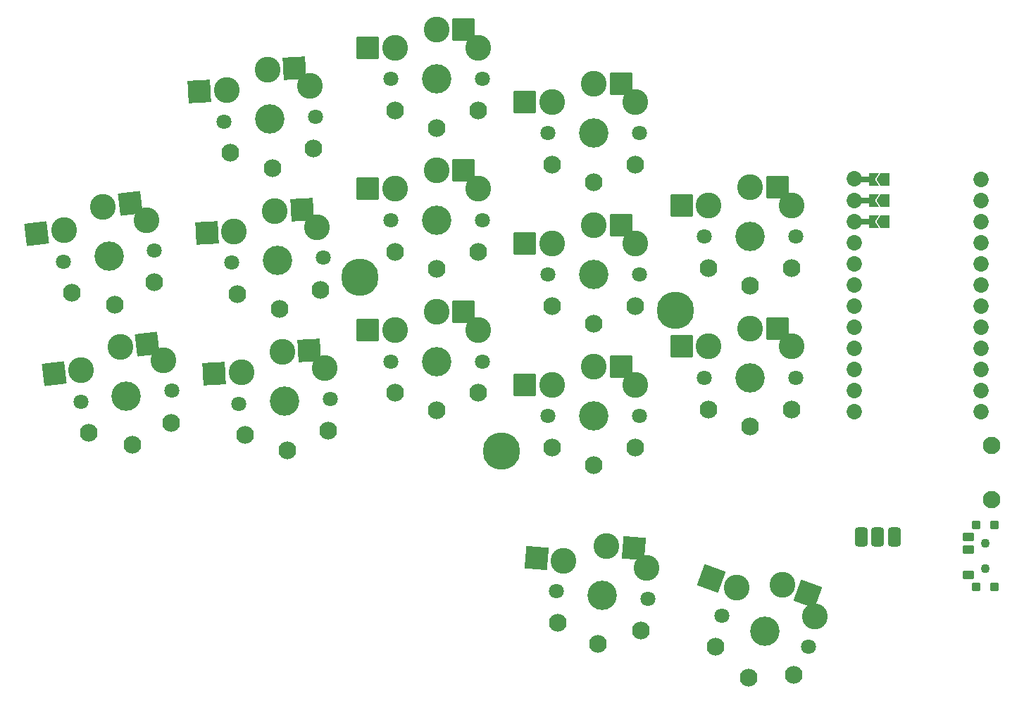
<source format=gts>
%TF.GenerationSoftware,KiCad,Pcbnew,(6.0.4-0)*%
%TF.CreationDate,2022-05-17T19:51:51+02:00*%
%TF.ProjectId,battoota,62617474-6f6f-4746-912e-6b696361645f,v1.0.0*%
%TF.SameCoordinates,Original*%
%TF.FileFunction,Soldermask,Top*%
%TF.FilePolarity,Negative*%
%FSLAX46Y46*%
G04 Gerber Fmt 4.6, Leading zero omitted, Abs format (unit mm)*
G04 Created by KiCad (PCBNEW (6.0.4-0)) date 2022-05-17 19:51:51*
%MOMM*%
%LPD*%
G01*
G04 APERTURE LIST*
G04 Aperture macros list*
%AMRoundRect*
0 Rectangle with rounded corners*
0 $1 Rounding radius*
0 $2 $3 $4 $5 $6 $7 $8 $9 X,Y pos of 4 corners*
0 Add a 4 corners polygon primitive as box body*
4,1,4,$2,$3,$4,$5,$6,$7,$8,$9,$2,$3,0*
0 Add four circle primitives for the rounded corners*
1,1,$1+$1,$2,$3*
1,1,$1+$1,$4,$5*
1,1,$1+$1,$6,$7*
1,1,$1+$1,$8,$9*
0 Add four rect primitives between the rounded corners*
20,1,$1+$1,$2,$3,$4,$5,0*
20,1,$1+$1,$4,$5,$6,$7,0*
20,1,$1+$1,$6,$7,$8,$9,0*
20,1,$1+$1,$8,$9,$2,$3,0*%
%AMFreePoly0*
4,1,16,0.535355,0.785355,0.550000,0.750000,0.550000,-0.750000,0.535355,-0.785355,0.500000,-0.800000,-0.650000,-0.800000,-0.685355,-0.785355,-0.700000,-0.750000,-0.691603,-0.722265,-0.210093,0.000000,-0.691603,0.722265,-0.699029,0.759806,-0.677735,0.791603,-0.650000,0.800000,0.500000,0.800000,0.535355,0.785355,0.535355,0.785355,$1*%
%AMFreePoly1*
4,1,16,0.535355,0.785355,0.541603,0.777735,1.041603,0.027735,1.049029,-0.009806,1.041603,-0.027735,0.541603,-0.777735,0.509806,-0.799029,0.500000,-0.800000,-0.500000,-0.800000,-0.535355,-0.785355,-0.550000,-0.750000,-0.550000,0.750000,-0.535355,0.785355,-0.500000,0.800000,0.500000,0.800000,0.535355,0.785355,0.535355,0.785355,$1*%
G04 Aperture macros list end*
%ADD10RoundRect,0.050000X-0.450000X0.450000X-0.450000X-0.450000X0.450000X-0.450000X0.450000X0.450000X0*%
%ADD11RoundRect,0.050000X-0.625000X0.450000X-0.625000X-0.450000X0.625000X-0.450000X0.625000X0.450000X0*%
%ADD12RoundRect,0.425000X-0.375000X-0.750000X0.375000X-0.750000X0.375000X0.750000X-0.375000X0.750000X0*%
%ADD13C,2.100000*%
%ADD14RoundRect,0.050000X-1.230182X-1.366255X1.366255X-1.230182X1.230182X1.366255X-1.366255X1.230182X0*%
%ADD15C,1.801800*%
%ADD16C,3.529000*%
%ADD17C,3.100000*%
%ADD18C,2.132000*%
%ADD19RoundRect,0.050000X-1.300000X-1.300000X1.300000X-1.300000X1.300000X1.300000X-1.300000X1.300000X0*%
%ADD20RoundRect,0.050000X-1.666227X-0.776974X0.776974X-1.666227X1.666227X0.776974X-0.776974X1.666227X0*%
%ADD21C,1.100000*%
%ADD22RoundRect,0.050000X-1.131880X-1.448740X1.448740X-1.131880X1.131880X1.448740X-1.448740X1.131880X0*%
%ADD23RoundRect,0.050000X-1.408356X-1.181751X1.181751X-1.408356X1.408356X1.181751X-1.181751X1.408356X0*%
%ADD24C,1.852600*%
%ADD25FreePoly0,180.000000*%
%ADD26RoundRect,0.050000X-0.762000X0.250000X-0.762000X-0.250000X0.762000X-0.250000X0.762000X0.250000X0*%
%ADD27FreePoly1,180.000000*%
%ADD28C,4.500000*%
G04 APERTURE END LIST*
D10*
%TO.C,T1*%
X161400140Y52144619D03*
X163600140Y59544619D03*
X163600140Y52144619D03*
X161400140Y59544619D03*
D11*
X160425140Y53594619D03*
X160425140Y56594619D03*
X160425140Y58094619D03*
%TD*%
D12*
%TO.C,PAD1*%
X151545396Y58163682D03*
X149545396Y58163682D03*
X147545396Y58163682D03*
%TD*%
D13*
%TO.C,B1*%
X163203191Y69152519D03*
X163203191Y62652519D03*
%TD*%
D14*
%TO.C,S11*%
X68013088Y111700252D03*
X79432120Y114501717D03*
D15*
X81965469Y108676319D03*
D16*
X76473007Y108388471D03*
D17*
X71283599Y111871652D03*
D15*
X70980545Y108100623D03*
D17*
X76161608Y114330317D03*
X76161608Y114330317D03*
X81269895Y112395012D03*
%TD*%
D15*
%TO.C,S34*%
X141178726Y44889558D03*
D16*
X136010417Y46770669D03*
D15*
X130842108Y48651780D03*
D18*
X130012277Y44909938D03*
X139409204Y41489736D03*
X133992498Y41226483D03*
X133992498Y41226483D03*
%TD*%
D16*
%TO.C,S15*%
X96495817Y96246989D03*
D15*
X101995817Y96246989D03*
D17*
X101495817Y99996989D03*
X96495817Y102196989D03*
X96495817Y102196989D03*
X91495817Y99996989D03*
D15*
X90995817Y96246989D03*
D19*
X99770817Y102196989D03*
X88220817Y99996989D03*
%TD*%
D17*
%TO.C,S21*%
X115411087Y95636017D03*
D15*
X109911087Y89686017D03*
D17*
X115411087Y95636017D03*
X120411087Y93436017D03*
D15*
X120911087Y89686017D03*
D17*
X110411087Y93436017D03*
D16*
X115411087Y89686017D03*
D19*
X118686087Y95636017D03*
X107136087Y93436017D03*
%TD*%
D18*
%TO.C,S8*%
X78561213Y68543153D03*
X78561213Y68543153D03*
X83444455Y70901955D03*
X73458160Y70378595D03*
D16*
X78252431Y74435067D03*
D15*
X83744893Y74722915D03*
X72759969Y74147219D03*
%TD*%
D16*
%TO.C,S14*%
X96495817Y79246989D03*
D15*
X101995817Y79246989D03*
X90995817Y79246989D03*
D18*
X91495817Y75446989D03*
X101495817Y75446989D03*
X96495817Y73346989D03*
X96495817Y73346989D03*
%TD*%
D16*
%TO.C,S20*%
X115411087Y72686017D03*
D15*
X109911087Y72686017D03*
X120911087Y72686017D03*
D18*
X120411087Y68886017D03*
X110411087Y68886017D03*
X115411087Y66786017D03*
X115411087Y66786017D03*
%TD*%
D15*
%TO.C,S28*%
X128718280Y77278852D03*
X139718280Y77278852D03*
D16*
X134218280Y77278852D03*
D18*
X129218280Y73478852D03*
X139218280Y73478852D03*
X134218280Y71378852D03*
X134218280Y71378852D03*
%TD*%
D17*
%TO.C,S29*%
X134218280Y100228852D03*
X134218280Y100228852D03*
D15*
X139718280Y94278852D03*
D16*
X134218280Y94278852D03*
D17*
X139218280Y98028852D03*
X129218280Y98028852D03*
D15*
X128718280Y94278852D03*
D19*
X137493280Y100228852D03*
X125943280Y98028852D03*
%TD*%
D16*
%TO.C,S33*%
X136010417Y46770669D03*
D17*
X138045437Y52361840D03*
X132594529Y52004617D03*
D15*
X130842108Y48651780D03*
D17*
X138045437Y52361840D03*
X141991456Y48584416D03*
D15*
X141178726Y44889558D03*
D20*
X141122930Y51241724D03*
X129517036Y53124733D03*
%TD*%
D14*
%TO.C,S7*%
X69792512Y77746848D03*
X81211544Y80548313D03*
D16*
X78252431Y74435067D03*
D15*
X83744893Y74722915D03*
D17*
X77941032Y80376913D03*
D15*
X72759969Y74147219D03*
D17*
X77941032Y80376913D03*
X83049319Y78441608D03*
X73063023Y77918248D03*
%TD*%
D21*
%TO.C,T2*%
X162500140Y57344619D03*
X162500140Y54344619D03*
%TD*%
D16*
%TO.C,S5*%
X57124882Y91914188D03*
D15*
X62583886Y92584469D03*
D17*
X56399759Y97819838D03*
X56399759Y97819838D03*
D15*
X51665878Y91243907D03*
D17*
X51705141Y95026889D03*
X61630603Y96245583D03*
D22*
X59650348Y98218960D03*
X48454553Y94627767D03*
%TD*%
D17*
%TO.C,S27*%
X129218280Y81028852D03*
D15*
X139718280Y77278852D03*
D16*
X134218280Y77278852D03*
D17*
X139218280Y81028852D03*
X134218280Y83228852D03*
X134218280Y83228852D03*
D15*
X128718280Y77278852D03*
D19*
X137493280Y83228852D03*
X125943280Y81028852D03*
%TD*%
D14*
%TO.C,S9*%
X68902800Y94723550D03*
X80321832Y97525015D03*
D15*
X82855181Y91699617D03*
D17*
X77051320Y97353615D03*
D15*
X71870257Y91123921D03*
D17*
X82159607Y95418310D03*
X77051320Y97353615D03*
D16*
X77362719Y91411769D03*
D17*
X72173311Y94894950D03*
%TD*%
D15*
%TO.C,S16*%
X101995817Y96246989D03*
D16*
X96495817Y96246989D03*
D15*
X90995817Y96246989D03*
D18*
X101495817Y92446989D03*
X91495817Y92446989D03*
X96495817Y90346989D03*
X96495817Y90346989D03*
%TD*%
D15*
%TO.C,S30*%
X139718280Y94278852D03*
X128718280Y94278852D03*
D16*
X134218280Y94278852D03*
D18*
X139218280Y90478852D03*
X129218280Y90478852D03*
X134218280Y88378852D03*
X134218280Y88378852D03*
%TD*%
D15*
%TO.C,S13*%
X90995817Y79246989D03*
X101995817Y79246989D03*
D16*
X96495817Y79246989D03*
D17*
X96495817Y85196989D03*
X101495817Y82996989D03*
X96495817Y85196989D03*
X91495817Y82996989D03*
D19*
X99770817Y85196989D03*
X88220817Y82996989D03*
%TD*%
D15*
%TO.C,S24*%
X109911087Y106686017D03*
X120911087Y106686017D03*
D16*
X115411087Y106686017D03*
D18*
X110411087Y102886017D03*
X120411087Y102886017D03*
X115411087Y100786017D03*
X115411087Y100786017D03*
%TD*%
D15*
%TO.C,S17*%
X90995818Y113246989D03*
D16*
X96495818Y113246989D03*
D15*
X101995818Y113246989D03*
D17*
X91495818Y116996989D03*
X101495818Y116996989D03*
X96495818Y119196989D03*
X96495818Y119196989D03*
D19*
X99770818Y119196989D03*
X88220818Y116996989D03*
%TD*%
D18*
%TO.C,S4*%
X59915690Y69184880D03*
X59915690Y69184880D03*
X64622495Y71878573D03*
X54697034Y70659880D03*
D16*
X59196661Y75040902D03*
D15*
X64655665Y75711183D03*
X53737657Y74370621D03*
%TD*%
D18*
%TO.C,S10*%
X77671501Y85519855D03*
X77671501Y85519855D03*
X82554743Y87878657D03*
X72568448Y87355297D03*
D16*
X77362719Y91411769D03*
D15*
X71870257Y91123921D03*
X82855181Y91699617D03*
%TD*%
%TO.C,S22*%
X109911087Y89686017D03*
X120911087Y89686017D03*
D16*
X115411087Y89686017D03*
D18*
X110411087Y85886017D03*
X120411087Y85886017D03*
X115411087Y83786017D03*
X115411087Y83786017D03*
%TD*%
D16*
%TO.C,S31*%
X116421084Y51113520D03*
D15*
X110942013Y51592877D03*
D17*
X116939661Y57040878D03*
X121728892Y54413471D03*
X116939661Y57040878D03*
X111766945Y55285029D03*
D15*
X121900155Y50634163D03*
D23*
X120202198Y56755443D03*
X108504407Y55570464D03*
%TD*%
D24*
%TO.C,MCU1*%
X161977213Y98602542D03*
D25*
X148993690Y98602542D03*
X148993690Y101142542D03*
D26*
X148068690Y96062542D03*
D24*
X161977213Y96062542D03*
X146737213Y96062542D03*
D26*
X148068690Y101142542D03*
D25*
X148993690Y96062542D03*
D26*
X148068690Y98602542D03*
D24*
X146737213Y101226288D03*
X161977213Y101142542D03*
X146737213Y98602542D03*
D27*
X150443690Y101142542D03*
X150443690Y98602542D03*
X150443690Y96062542D03*
D24*
X146737213Y93522542D03*
X146737213Y90982542D03*
X146737213Y88442542D03*
X146737213Y85902542D03*
X146737213Y83362542D03*
X146737213Y80822542D03*
X146737213Y78282542D03*
X146737213Y75742542D03*
X146737213Y73202542D03*
X161977213Y93522542D03*
X161977213Y90982542D03*
X161977213Y88442542D03*
X161977213Y85902542D03*
X161977213Y83362542D03*
X161977213Y80822542D03*
X161977213Y78282542D03*
X161977213Y75742542D03*
X161977213Y73202542D03*
%TD*%
D15*
%TO.C,S3*%
X53737657Y74370621D03*
D17*
X53776920Y78153603D03*
D16*
X59196661Y75040902D03*
D17*
X63702382Y79372297D03*
X58471538Y80946552D03*
X58471538Y80946552D03*
D15*
X64655665Y75711183D03*
D22*
X61722127Y81345674D03*
X50526332Y77754481D03*
%TD*%
D15*
%TO.C,S32*%
X121900155Y50634163D03*
D16*
X116421084Y51113520D03*
D15*
X110942013Y51592877D03*
D18*
X121070866Y46892201D03*
X111108919Y47763759D03*
X115906865Y45235971D03*
X115906865Y45235971D03*
%TD*%
D28*
%TO.C,REF\u002A\u002A*%
X104279037Y68433484D03*
X125215946Y85387859D03*
X87324662Y89370393D03*
%TD*%
D18*
%TO.C,S12*%
X76781789Y102496557D03*
X76781789Y102496557D03*
X71678736Y104331999D03*
X81665031Y104855359D03*
D15*
X81965469Y108676319D03*
X70980545Y108100623D03*
D16*
X76473007Y108388471D03*
%TD*%
%TO.C,S23*%
X115411087Y106686017D03*
D15*
X120911087Y106686017D03*
D17*
X115411087Y112636017D03*
X115411087Y112636017D03*
X110411087Y110436017D03*
X120411087Y110436017D03*
D15*
X109911087Y106686017D03*
D19*
X118686087Y112636017D03*
X107136087Y110436017D03*
%TD*%
D15*
%TO.C,S6*%
X51665878Y91243907D03*
X62583886Y92584469D03*
D16*
X57124882Y91914188D03*
D18*
X52625255Y87533166D03*
X62550716Y88751859D03*
X57843911Y86058166D03*
X57843911Y86058166D03*
%TD*%
D16*
%TO.C,S19*%
X115411087Y72686017D03*
D17*
X115411087Y78636017D03*
X110411087Y76436017D03*
D15*
X120911087Y72686017D03*
X109911087Y72686017D03*
D17*
X120411087Y76436017D03*
X115411087Y78636017D03*
D19*
X118686087Y78636017D03*
X107136087Y76436017D03*
%TD*%
D15*
%TO.C,S18*%
X101995818Y113246989D03*
D16*
X96495818Y113246989D03*
D15*
X90995818Y113246989D03*
D18*
X91495818Y109446989D03*
X101495818Y109446989D03*
X96495818Y107346989D03*
X96495818Y107346989D03*
%TD*%
M02*

</source>
